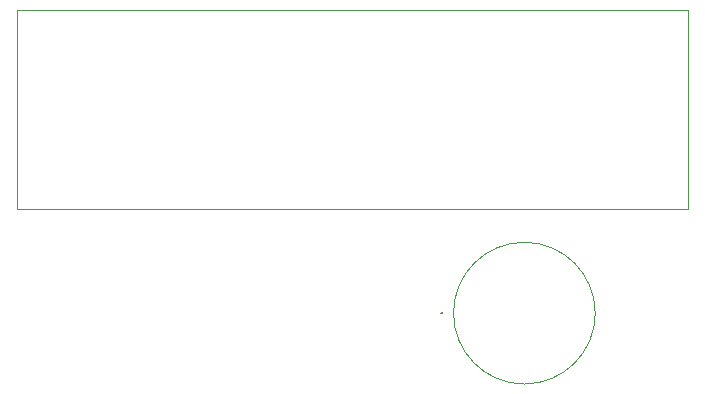
<source format=gbo>
G04 #@! TF.GenerationSoftware,KiCad,Pcbnew,8.0.0*
G04 #@! TF.CreationDate,2024-09-20T11:38:47+02:00*
G04 #@! TF.ProjectId,counter-timer,636f756e-7465-4722-9d74-696d65722e6b,rev?*
G04 #@! TF.SameCoordinates,Original*
G04 #@! TF.FileFunction,Legend,Bot*
G04 #@! TF.FilePolarity,Positive*
%FSLAX46Y46*%
G04 Gerber Fmt 4.6, Leading zero omitted, Abs format (unit mm)*
G04 Created by KiCad (PCBNEW 8.0.0) date 2024-09-20 11:38:47*
%MOMM*%
%LPD*%
G01*
G04 APERTURE LIST*
%ADD10C,0.100000*%
%ADD11C,0.200000*%
%ADD12C,2.200000*%
%ADD13C,1.447000*%
%ADD14C,2.070000*%
%ADD15C,1.500000*%
%ADD16C,1.950000*%
%ADD17C,1.540000*%
%ADD18C,1.400000*%
%ADD19R,1.100000X1.100000*%
%ADD20C,1.100000*%
%ADD21R,1.700000X1.700000*%
%ADD22O,1.700000X1.700000*%
%ADD23C,1.995000*%
G04 APERTURE END LIST*
D10*
X88025000Y-59500000D02*
X88025000Y-59500000D01*
D11*
X81075000Y-53500000D02*
X81075000Y-53500000D01*
X81075000Y-53500000D02*
X81075000Y-53500000D01*
X80975000Y-53500000D02*
X80975000Y-53500000D01*
D10*
X88025000Y-47500000D02*
X88025000Y-47500000D01*
X88025000Y-47500000D02*
G75*
G02*
X88025000Y-59500000I0J-6000000D01*
G01*
D11*
X80975000Y-53500000D02*
G75*
G02*
X81075000Y-53500000I50000J0D01*
G01*
X81075000Y-53500000D02*
G75*
G02*
X80975000Y-53500000I-50000J0D01*
G01*
X81075000Y-53500000D02*
G75*
G02*
X80975000Y-53500000I-50000J0D01*
G01*
D10*
X88025000Y-59500000D02*
G75*
G02*
X88025000Y-47500000I0J6000000D01*
G01*
X45100000Y-27800000D02*
X101900000Y-27800000D01*
X45100000Y-44700000D02*
X45100000Y-27800000D01*
X101900000Y-27800000D02*
X101900000Y-44700000D01*
X101900000Y-44700000D02*
X45100000Y-44700000D01*
%LPC*%
D12*
X100800000Y-26300000D03*
X46300000Y-26300000D03*
X100700000Y-67200000D03*
X46300000Y-67200000D03*
D13*
X98000000Y-55000000D03*
X98000000Y-53000000D03*
X98000000Y-51000000D03*
X100500000Y-55000000D03*
X100500000Y-53000000D03*
X100500000Y-51000000D03*
D14*
X99250000Y-58000000D03*
X99250000Y-48000000D03*
D15*
X48662500Y-49337500D03*
X48662500Y-53837500D03*
D16*
X51212500Y-48087500D03*
X51212500Y-55087500D03*
D17*
X90750000Y-61940000D03*
X90750000Y-68440000D03*
X86250000Y-61940000D03*
X86250000Y-68440000D03*
X80750000Y-61940000D03*
X80750000Y-68440000D03*
X76250000Y-61940000D03*
X76250000Y-68440000D03*
X70750000Y-61940000D03*
X70750000Y-68440000D03*
X66250000Y-61940000D03*
X66250000Y-68440000D03*
X60750000Y-61940000D03*
X60750000Y-68440000D03*
X56250000Y-61940000D03*
X56250000Y-68440000D03*
D18*
X84775000Y-53500000D03*
X91275000Y-53500000D03*
D19*
X82580000Y-28500000D03*
D20*
X80040000Y-28500000D03*
X77500000Y-28500000D03*
X74960000Y-28500000D03*
X72420000Y-28500000D03*
X69880000Y-28500000D03*
X67340000Y-28500000D03*
X64800000Y-28500000D03*
X64800000Y-38660000D03*
X67340000Y-38660000D03*
X69880000Y-38660000D03*
X72420000Y-38660000D03*
X74960000Y-38660000D03*
X77500000Y-38660000D03*
X80040000Y-38660000D03*
X82580000Y-38660000D03*
D21*
X46700000Y-62840000D03*
D22*
X46700000Y-60300000D03*
X49240000Y-62840000D03*
X49240000Y-60300000D03*
X51780000Y-62840000D03*
X51780000Y-60300000D03*
D23*
X99400000Y-36250000D03*
X47600000Y-36250000D03*
%LPD*%
M02*

</source>
